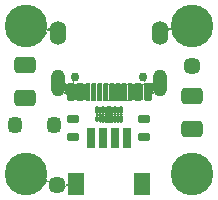
<source format=gts>
G04 #@! TF.GenerationSoftware,KiCad,Pcbnew,(6.0.8)*
G04 #@! TF.CreationDate,2022-10-31T11:18:21-04:00*
G04 #@! TF.ProjectId,Unified-Daughterboard,556e6966-6965-4642-9d44-617567687465,C3*
G04 #@! TF.SameCoordinates,Original*
G04 #@! TF.FileFunction,Soldermask,Top*
G04 #@! TF.FilePolarity,Negative*
%FSLAX46Y46*%
G04 Gerber Fmt 4.6, Leading zero omitted, Abs format (unit mm)*
G04 Created by KiCad (PCBNEW (6.0.8)) date 2022-10-31 11:18:21*
%MOMM*%
%LPD*%
G01*
G04 APERTURE LIST*
G04 Aperture macros list*
%AMRoundRect*
0 Rectangle with rounded corners*
0 $1 Rounding radius*
0 $2 $3 $4 $5 $6 $7 $8 $9 X,Y pos of 4 corners*
0 Add a 4 corners polygon primitive as box body*
4,1,4,$2,$3,$4,$5,$6,$7,$8,$9,$2,$3,0*
0 Add four circle primitives for the rounded corners*
1,1,$1+$1,$2,$3*
1,1,$1+$1,$4,$5*
1,1,$1+$1,$6,$7*
1,1,$1+$1,$8,$9*
0 Add four rect primitives between the rounded corners*
20,1,$1+$1,$2,$3,$4,$5,0*
20,1,$1+$1,$4,$5,$6,$7,0*
20,1,$1+$1,$6,$7,$8,$9,0*
20,1,$1+$1,$8,$9,$2,$3,0*%
G04 Aperture macros list end*
%ADD10C,1.448000*%
%ADD11RoundRect,0.176000X0.000000X-0.150000X0.000000X-0.150000X0.000000X0.150000X0.000000X0.150000X0*%
%ADD12RoundRect,0.051000X-0.125000X-0.275000X0.125000X-0.275000X0.125000X0.275000X-0.125000X0.275000X0*%
%ADD13RoundRect,0.051000X-0.150000X-0.275000X0.150000X-0.275000X0.150000X0.275000X-0.150000X0.275000X0*%
%ADD14RoundRect,0.301000X0.625000X-0.375000X0.625000X0.375000X-0.625000X0.375000X-0.625000X-0.375000X0*%
%ADD15RoundRect,0.051000X-0.450000X0.250000X-0.450000X-0.250000X0.450000X-0.250000X0.450000X0.250000X0*%
%ADD16RoundRect,0.301000X-0.625000X0.375000X-0.625000X-0.375000X0.625000X-0.375000X0.625000X0.375000X0*%
%ADD17RoundRect,0.301000X0.250000X0.350000X-0.250000X0.350000X-0.250000X-0.350000X0.250000X-0.350000X0*%
%ADD18O,1.202000X2.302000*%
%ADD19O,1.402000X2.002000*%
%ADD20C,0.752000*%
%ADD21RoundRect,0.201000X0.150000X0.575000X-0.150000X0.575000X-0.150000X-0.575000X0.150000X-0.575000X0*%
%ADD22RoundRect,0.126000X0.075000X0.650000X-0.075000X0.650000X-0.075000X-0.650000X0.075000X-0.650000X0*%
%ADD23C,3.602001*%
%ADD24RoundRect,0.051000X-0.300000X-0.775000X0.300000X-0.775000X0.300000X0.775000X-0.300000X0.775000X0*%
%ADD25RoundRect,0.051000X-0.600000X-0.900000X0.600000X-0.900000X0.600000X0.900000X-0.600000X0.900000X0*%
G04 APERTURE END LIST*
D10*
X70602500Y-71943000D03*
X82002500Y-61943000D03*
D11*
X74002500Y-66411400D03*
D12*
X74502500Y-66411400D03*
D13*
X75002500Y-66411400D03*
D12*
X75502500Y-66411400D03*
X76002500Y-66411400D03*
X74502500Y-65641400D03*
X76002500Y-65641400D03*
X75502500Y-65641400D03*
X74002500Y-65641400D03*
D13*
X75002500Y-65641400D03*
D14*
X81987500Y-64474000D03*
X81987500Y-67274000D03*
D15*
X71954500Y-66379000D03*
X71954500Y-67879000D03*
D16*
X67890500Y-64607000D03*
X67890500Y-61807000D03*
D17*
X70302500Y-66890000D03*
X67002500Y-66890000D03*
D18*
X70702500Y-63343000D03*
D19*
X70702500Y-59143000D03*
D20*
X72112500Y-62792000D03*
X77892500Y-62792000D03*
D19*
X79302500Y-59143000D03*
D21*
X78252500Y-64118000D03*
D22*
X76752500Y-64118000D03*
X76252500Y-64118000D03*
X75752500Y-64118000D03*
X75256500Y-64118000D03*
X73252500Y-64118000D03*
X73752500Y-64118000D03*
X74252500Y-64118000D03*
X74752500Y-64118000D03*
D18*
X79302500Y-63343000D03*
D21*
X77452500Y-64118000D03*
X71752500Y-64118000D03*
X72552500Y-64118000D03*
D23*
X68004500Y-58543000D03*
X82004500Y-58543000D03*
X68004500Y-71043000D03*
X82004500Y-71043000D03*
D24*
X75504500Y-68018000D03*
X76504500Y-68018000D03*
X74504500Y-68018000D03*
X73504500Y-68018000D03*
D25*
X72204500Y-71893000D03*
X77804500Y-71893000D03*
D15*
X77923500Y-67879000D03*
X77923500Y-66379000D03*
G36*
X71554928Y-71736350D02*
G01*
X71555500Y-71737751D01*
X71555500Y-72148245D01*
X71554500Y-72149977D01*
X71552500Y-72149977D01*
X71551581Y-72148808D01*
X71531905Y-72081796D01*
X71479562Y-72036441D01*
X71411009Y-72026584D01*
X71347996Y-72055361D01*
X71312072Y-72109544D01*
X71310281Y-72110435D01*
X71308614Y-72109330D01*
X71308424Y-72108161D01*
X71328799Y-71963188D01*
X71329079Y-71943100D01*
X71311012Y-71782028D01*
X71310873Y-71781629D01*
X71311248Y-71779665D01*
X71313137Y-71779007D01*
X71314413Y-71779843D01*
X71350695Y-71832905D01*
X71414489Y-71859864D01*
X71482735Y-71848054D01*
X71533770Y-71801215D01*
X71551573Y-71737215D01*
X71553001Y-71735814D01*
X71554928Y-71736350D01*
G37*
G36*
X69769343Y-71405750D02*
G01*
X69769892Y-71407412D01*
X69769757Y-71408418D01*
X69769700Y-71408695D01*
X69747541Y-71487263D01*
X69748286Y-71556817D01*
X69786351Y-71614676D01*
X69849656Y-71642771D01*
X69918078Y-71632185D01*
X69969704Y-71584747D01*
X69971656Y-71584312D01*
X69973009Y-71585784D01*
X69972738Y-71587303D01*
X69951703Y-71619942D01*
X69896304Y-71772152D01*
X69885441Y-71858137D01*
X69884232Y-71859730D01*
X69882248Y-71859479D01*
X69881468Y-71857677D01*
X69884109Y-71832555D01*
X69871597Y-71764134D01*
X69824282Y-71713556D01*
X69757135Y-71696588D01*
X69691459Y-71718620D01*
X69649207Y-71769929D01*
X69597714Y-71886404D01*
X69597582Y-71886653D01*
X69593687Y-71892898D01*
X69591922Y-71893839D01*
X69590225Y-71892780D01*
X69590166Y-71891019D01*
X69695002Y-71658291D01*
X69765985Y-71406603D01*
X69767418Y-71405208D01*
X69769343Y-71405750D01*
G37*
G36*
X75668160Y-65333893D02*
G01*
X75681952Y-65343109D01*
X75683115Y-65341369D01*
X75684909Y-65340484D01*
X75686060Y-65340945D01*
X75703452Y-65355478D01*
X75772170Y-65364104D01*
X75819788Y-65341318D01*
X75821782Y-65341472D01*
X75822314Y-65342011D01*
X75823048Y-65343109D01*
X75836840Y-65333893D01*
X75838836Y-65333762D01*
X75839947Y-65335425D01*
X75839614Y-65336667D01*
X75832267Y-65347662D01*
X75828500Y-65366599D01*
X75828500Y-65916201D01*
X75832267Y-65935138D01*
X75842880Y-65951020D01*
X75858762Y-65961633D01*
X75877699Y-65965400D01*
X76127301Y-65965400D01*
X76146238Y-65961633D01*
X76157233Y-65954286D01*
X76159229Y-65954155D01*
X76160340Y-65955818D01*
X76160007Y-65957060D01*
X76159497Y-65957824D01*
X76138716Y-66024188D01*
X76159506Y-66094990D01*
X76160007Y-66095740D01*
X76160138Y-66097735D01*
X76158475Y-66098847D01*
X76157233Y-66098514D01*
X76146238Y-66091167D01*
X76127301Y-66087400D01*
X75877699Y-66087400D01*
X75858762Y-66091167D01*
X75842880Y-66101780D01*
X75832267Y-66117662D01*
X75828500Y-66136599D01*
X75828500Y-66686201D01*
X75832267Y-66705138D01*
X75839614Y-66716133D01*
X75839745Y-66718129D01*
X75838082Y-66719240D01*
X75836840Y-66718907D01*
X75823048Y-66709691D01*
X75821885Y-66711431D01*
X75820091Y-66712316D01*
X75818940Y-66711855D01*
X75801548Y-66697322D01*
X75732830Y-66688696D01*
X75685212Y-66711482D01*
X75683218Y-66711328D01*
X75682686Y-66710789D01*
X75681952Y-66709691D01*
X75668160Y-66718907D01*
X75666164Y-66719038D01*
X75665053Y-66717375D01*
X75665386Y-66716133D01*
X75672733Y-66705138D01*
X75676500Y-66686201D01*
X75676500Y-66136599D01*
X75672733Y-66117662D01*
X75662120Y-66101780D01*
X75646238Y-66091167D01*
X75627301Y-66087400D01*
X75377699Y-66087400D01*
X75358762Y-66091167D01*
X75342880Y-66101780D01*
X75332267Y-66117662D01*
X75328500Y-66136599D01*
X75328500Y-66686201D01*
X75332267Y-66705138D01*
X75339614Y-66716133D01*
X75339745Y-66718129D01*
X75338082Y-66719240D01*
X75336840Y-66718907D01*
X75333575Y-66716726D01*
X75267211Y-66695946D01*
X75196411Y-66716735D01*
X75193160Y-66718907D01*
X75191164Y-66719038D01*
X75190053Y-66717375D01*
X75190386Y-66716133D01*
X75197733Y-66705138D01*
X75201500Y-66686201D01*
X75201500Y-66136599D01*
X75197733Y-66117662D01*
X75187120Y-66101780D01*
X75171238Y-66091167D01*
X75152301Y-66087400D01*
X74852699Y-66087400D01*
X74833762Y-66091167D01*
X74817880Y-66101780D01*
X74807267Y-66117662D01*
X74803500Y-66136599D01*
X74803500Y-66686201D01*
X74807267Y-66705138D01*
X74814614Y-66716133D01*
X74814745Y-66718129D01*
X74813082Y-66719240D01*
X74811840Y-66718907D01*
X74808575Y-66716726D01*
X74742211Y-66695946D01*
X74671411Y-66716735D01*
X74668160Y-66718907D01*
X74666164Y-66719038D01*
X74665053Y-66717375D01*
X74665386Y-66716133D01*
X74672733Y-66705138D01*
X74676500Y-66686201D01*
X74676500Y-66136599D01*
X74672733Y-66117662D01*
X74662120Y-66101780D01*
X74646238Y-66091167D01*
X74627301Y-66087400D01*
X74377699Y-66087400D01*
X74358762Y-66091167D01*
X74342880Y-66101780D01*
X74332267Y-66117662D01*
X74328500Y-66136599D01*
X74328500Y-66686201D01*
X74331119Y-66699370D01*
X74330476Y-66701264D01*
X74328514Y-66701654D01*
X74327494Y-66700871D01*
X74322823Y-66693880D01*
X74269447Y-66649273D01*
X74200761Y-66640646D01*
X74137654Y-66672977D01*
X74135656Y-66672877D01*
X74134745Y-66671097D01*
X74135079Y-66670086D01*
X74163218Y-66627973D01*
X74176500Y-66561201D01*
X74176500Y-66261599D01*
X74163218Y-66194827D01*
X74125509Y-66138391D01*
X74069073Y-66100682D01*
X74002500Y-66087440D01*
X73935927Y-66100682D01*
X73881303Y-66137180D01*
X73879307Y-66137311D01*
X73878196Y-66135648D01*
X73878436Y-66134560D01*
X73904071Y-66087515D01*
X73899073Y-66018466D01*
X73856564Y-65964790D01*
X73856273Y-65962811D01*
X73857841Y-65961569D01*
X73858522Y-65961586D01*
X73877699Y-65965400D01*
X74127301Y-65965400D01*
X74146238Y-65961633D01*
X74162120Y-65951020D01*
X74172733Y-65935138D01*
X74176500Y-65916201D01*
X74176500Y-65366599D01*
X74172733Y-65347662D01*
X74165386Y-65336667D01*
X74165255Y-65334671D01*
X74166918Y-65333560D01*
X74168160Y-65333893D01*
X74181952Y-65343109D01*
X74183115Y-65341369D01*
X74184909Y-65340484D01*
X74186060Y-65340945D01*
X74203452Y-65355478D01*
X74272170Y-65364104D01*
X74319788Y-65341318D01*
X74321782Y-65341472D01*
X74322314Y-65342011D01*
X74323048Y-65343109D01*
X74336840Y-65333893D01*
X74338836Y-65333762D01*
X74339947Y-65335425D01*
X74339614Y-65336667D01*
X74332267Y-65347662D01*
X74328500Y-65366599D01*
X74328500Y-65916201D01*
X74332267Y-65935138D01*
X74342880Y-65951020D01*
X74358762Y-65961633D01*
X74377699Y-65965400D01*
X74627301Y-65965400D01*
X74646238Y-65961633D01*
X74662120Y-65951020D01*
X74672733Y-65935138D01*
X74676500Y-65916201D01*
X74676500Y-65366599D01*
X74672733Y-65347662D01*
X74665386Y-65336667D01*
X74665255Y-65334671D01*
X74666918Y-65333560D01*
X74668160Y-65333893D01*
X74671425Y-65336074D01*
X74737789Y-65356854D01*
X74808589Y-65336065D01*
X74811840Y-65333893D01*
X74813836Y-65333762D01*
X74814947Y-65335425D01*
X74814614Y-65336667D01*
X74807267Y-65347662D01*
X74803500Y-65366599D01*
X74803500Y-65916201D01*
X74807267Y-65935138D01*
X74817880Y-65951020D01*
X74833762Y-65961633D01*
X74852699Y-65965400D01*
X75152301Y-65965400D01*
X75171238Y-65961633D01*
X75187120Y-65951020D01*
X75197733Y-65935138D01*
X75201500Y-65916201D01*
X75201500Y-65366599D01*
X75197733Y-65347662D01*
X75190386Y-65336667D01*
X75190255Y-65334671D01*
X75191918Y-65333560D01*
X75193160Y-65333893D01*
X75196425Y-65336074D01*
X75262789Y-65356854D01*
X75333589Y-65336065D01*
X75336840Y-65333893D01*
X75338836Y-65333762D01*
X75339947Y-65335425D01*
X75339614Y-65336667D01*
X75332267Y-65347662D01*
X75328500Y-65366599D01*
X75328500Y-65916201D01*
X75332267Y-65935138D01*
X75342880Y-65951020D01*
X75358762Y-65961633D01*
X75377699Y-65965400D01*
X75627301Y-65965400D01*
X75646238Y-65961633D01*
X75662120Y-65951020D01*
X75672733Y-65935138D01*
X75676500Y-65916201D01*
X75676500Y-65366599D01*
X75672733Y-65347662D01*
X75665386Y-65336667D01*
X75665255Y-65334671D01*
X75666918Y-65333560D01*
X75668160Y-65333893D01*
G37*
G36*
X75425192Y-63382459D02*
G01*
X75435925Y-63389630D01*
X75502288Y-63410411D01*
X75573089Y-63389621D01*
X75583808Y-63382459D01*
X75585804Y-63382328D01*
X75586915Y-63383991D01*
X75586582Y-63385233D01*
X75562976Y-63420561D01*
X75553500Y-63468199D01*
X75553500Y-64767801D01*
X75562976Y-64815439D01*
X75586582Y-64850767D01*
X75586713Y-64852763D01*
X75585050Y-64853874D01*
X75583808Y-64853541D01*
X75573075Y-64846370D01*
X75506712Y-64825589D01*
X75435911Y-64846379D01*
X75425192Y-64853541D01*
X75423196Y-64853672D01*
X75422085Y-64852009D01*
X75422418Y-64850767D01*
X75446024Y-64815439D01*
X75455500Y-64767801D01*
X75455500Y-63468199D01*
X75446024Y-63420561D01*
X75422418Y-63385233D01*
X75422287Y-63383237D01*
X75423950Y-63382126D01*
X75425192Y-63382459D01*
G37*
G36*
X76421193Y-63382460D02*
G01*
X76433925Y-63390967D01*
X76500289Y-63411747D01*
X76571089Y-63390958D01*
X76583807Y-63382460D01*
X76585803Y-63382329D01*
X76586914Y-63383992D01*
X76586581Y-63385234D01*
X76562976Y-63420561D01*
X76553500Y-63468199D01*
X76553500Y-64767801D01*
X76562976Y-64815439D01*
X76586581Y-64850766D01*
X76586712Y-64852762D01*
X76585049Y-64853873D01*
X76583807Y-64853540D01*
X76571075Y-64845033D01*
X76504711Y-64824253D01*
X76433911Y-64845042D01*
X76421193Y-64853540D01*
X76419197Y-64853671D01*
X76418086Y-64852008D01*
X76418419Y-64850766D01*
X76442024Y-64815439D01*
X76451500Y-64767801D01*
X76451500Y-63468199D01*
X76442024Y-63420561D01*
X76418419Y-63385234D01*
X76418288Y-63383238D01*
X76419951Y-63382127D01*
X76421193Y-63382460D01*
G37*
G36*
X73921193Y-63382460D02*
G01*
X73933925Y-63390967D01*
X74000289Y-63411747D01*
X74071089Y-63390958D01*
X74083807Y-63382460D01*
X74085803Y-63382329D01*
X74086914Y-63383992D01*
X74086581Y-63385234D01*
X74062976Y-63420561D01*
X74053500Y-63468199D01*
X74053500Y-64767801D01*
X74062976Y-64815439D01*
X74086581Y-64850766D01*
X74086712Y-64852762D01*
X74085049Y-64853873D01*
X74083807Y-64853540D01*
X74071075Y-64845033D01*
X74004711Y-64824253D01*
X73933911Y-64845042D01*
X73921193Y-64853540D01*
X73919197Y-64853671D01*
X73918086Y-64852008D01*
X73918419Y-64850766D01*
X73942024Y-64815439D01*
X73951500Y-64767801D01*
X73951500Y-63468199D01*
X73942024Y-63420561D01*
X73918419Y-63385234D01*
X73918288Y-63383238D01*
X73919951Y-63382127D01*
X73921193Y-63382460D01*
G37*
G36*
X74421193Y-63382460D02*
G01*
X74433925Y-63390967D01*
X74500289Y-63411747D01*
X74571089Y-63390958D01*
X74583807Y-63382460D01*
X74585803Y-63382329D01*
X74586914Y-63383992D01*
X74586581Y-63385234D01*
X74562976Y-63420561D01*
X74553500Y-63468199D01*
X74553500Y-64767801D01*
X74562976Y-64815439D01*
X74586581Y-64850766D01*
X74586712Y-64852762D01*
X74585049Y-64853873D01*
X74583807Y-64853540D01*
X74571075Y-64845033D01*
X74504711Y-64824253D01*
X74433911Y-64845042D01*
X74421193Y-64853540D01*
X74419197Y-64853671D01*
X74418086Y-64852008D01*
X74418419Y-64850766D01*
X74442024Y-64815439D01*
X74451500Y-64767801D01*
X74451500Y-63468199D01*
X74442024Y-63420561D01*
X74418419Y-63385234D01*
X74418288Y-63383238D01*
X74419951Y-63382127D01*
X74421193Y-63382460D01*
G37*
G36*
X75921193Y-63382460D02*
G01*
X75933925Y-63390967D01*
X76000289Y-63411747D01*
X76071089Y-63390958D01*
X76083807Y-63382460D01*
X76085803Y-63382329D01*
X76086914Y-63383992D01*
X76086581Y-63385234D01*
X76062976Y-63420561D01*
X76053500Y-63468199D01*
X76053500Y-64767801D01*
X76062976Y-64815439D01*
X76086581Y-64850766D01*
X76086712Y-64852762D01*
X76085049Y-64853873D01*
X76083807Y-64853540D01*
X76071075Y-64845033D01*
X76004711Y-64824253D01*
X75933911Y-64845042D01*
X75921193Y-64853540D01*
X75919197Y-64853671D01*
X75918086Y-64852008D01*
X75918419Y-64850766D01*
X75942024Y-64815439D01*
X75951500Y-64767801D01*
X75951500Y-63468199D01*
X75942024Y-63420561D01*
X75918419Y-63385234D01*
X75918288Y-63383238D01*
X75919951Y-63382127D01*
X75921193Y-63382460D01*
G37*
G36*
X73421193Y-63382460D02*
G01*
X73433925Y-63390967D01*
X73500289Y-63411747D01*
X73571089Y-63390958D01*
X73583807Y-63382460D01*
X73585803Y-63382329D01*
X73586914Y-63383992D01*
X73586581Y-63385234D01*
X73562976Y-63420561D01*
X73553500Y-63468199D01*
X73553500Y-64767801D01*
X73562976Y-64815439D01*
X73586581Y-64850766D01*
X73586712Y-64852762D01*
X73585049Y-64853873D01*
X73583807Y-64853540D01*
X73571075Y-64845033D01*
X73504711Y-64824253D01*
X73433911Y-64845042D01*
X73421193Y-64853540D01*
X73419197Y-64853671D01*
X73418086Y-64852008D01*
X73418419Y-64850766D01*
X73442024Y-64815439D01*
X73451500Y-64767801D01*
X73451500Y-63468199D01*
X73442024Y-63420561D01*
X73418419Y-63385234D01*
X73418288Y-63383238D01*
X73419951Y-63382127D01*
X73421193Y-63382460D01*
G37*
G36*
X74921192Y-63382460D02*
G01*
X74935925Y-63392303D01*
X75002289Y-63413083D01*
X75073089Y-63392294D01*
X75087808Y-63382459D01*
X75089804Y-63382328D01*
X75090915Y-63383991D01*
X75090582Y-63385233D01*
X75066976Y-63420561D01*
X75057500Y-63468199D01*
X75057500Y-64767801D01*
X75066976Y-64815439D01*
X75090582Y-64850766D01*
X75090713Y-64852762D01*
X75089050Y-64853873D01*
X75087808Y-64853540D01*
X75073075Y-64843697D01*
X75006711Y-64822917D01*
X74935911Y-64843706D01*
X74921192Y-64853541D01*
X74919196Y-64853672D01*
X74918085Y-64852009D01*
X74918418Y-64850767D01*
X74942024Y-64815439D01*
X74951500Y-64767801D01*
X74951500Y-63468199D01*
X74942024Y-63420561D01*
X74918418Y-63385234D01*
X74918287Y-63383238D01*
X74919950Y-63382127D01*
X74921192Y-63382460D01*
G37*
G36*
X76945527Y-63419931D02*
G01*
X76994369Y-63460749D01*
X77063057Y-63469376D01*
X77130620Y-63434800D01*
X77144854Y-63420566D01*
X77146786Y-63420048D01*
X77148200Y-63421462D01*
X77147931Y-63423091D01*
X77118685Y-63466860D01*
X77103500Y-63543199D01*
X77103500Y-64692801D01*
X77118685Y-64769140D01*
X77147931Y-64812909D01*
X77148062Y-64814905D01*
X77146399Y-64816016D01*
X77144854Y-64815434D01*
X77130601Y-64801181D01*
X77069552Y-64767847D01*
X77000498Y-64772785D01*
X76945435Y-64816353D01*
X76943456Y-64816644D01*
X76942215Y-64815076D01*
X76942232Y-64814395D01*
X76951500Y-64767801D01*
X76951500Y-63468199D01*
X76942282Y-63421856D01*
X76942925Y-63419962D01*
X76944887Y-63419572D01*
X76945527Y-63419931D01*
G37*
G36*
X73062785Y-63420924D02*
G01*
X73062768Y-63421605D01*
X73053500Y-63468199D01*
X73053500Y-64767801D01*
X73062718Y-64814144D01*
X73062075Y-64816038D01*
X73060113Y-64816428D01*
X73059473Y-64816069D01*
X73010631Y-64775251D01*
X72941943Y-64766624D01*
X72874380Y-64801200D01*
X72860146Y-64815434D01*
X72858214Y-64815952D01*
X72856800Y-64814538D01*
X72857069Y-64812909D01*
X72886315Y-64769140D01*
X72901500Y-64692801D01*
X72901500Y-63543199D01*
X72886315Y-63466860D01*
X72857069Y-63423091D01*
X72856938Y-63421095D01*
X72858601Y-63419984D01*
X72860146Y-63420566D01*
X72874399Y-63434819D01*
X72935448Y-63468153D01*
X73004502Y-63463215D01*
X73059565Y-63419647D01*
X73061544Y-63419356D01*
X73062785Y-63420924D01*
G37*
G36*
X77760146Y-63420566D02*
G01*
X77765323Y-63425743D01*
X77826372Y-63459077D01*
X77895531Y-63454131D01*
X77939628Y-63425792D01*
X77944854Y-63420566D01*
X77946786Y-63420048D01*
X77948200Y-63421462D01*
X77947931Y-63423091D01*
X77918685Y-63466860D01*
X77903500Y-63543199D01*
X77903500Y-64692801D01*
X77918685Y-64769140D01*
X77947931Y-64812909D01*
X77948062Y-64814905D01*
X77946399Y-64816016D01*
X77944854Y-64815434D01*
X77939677Y-64810257D01*
X77878628Y-64776923D01*
X77809469Y-64781869D01*
X77765372Y-64810208D01*
X77760146Y-64815434D01*
X77758214Y-64815952D01*
X77756800Y-64814538D01*
X77757069Y-64812909D01*
X77786315Y-64769140D01*
X77801500Y-64692801D01*
X77801500Y-63543199D01*
X77786315Y-63466860D01*
X77757069Y-63423091D01*
X77756938Y-63421095D01*
X77758601Y-63419984D01*
X77760146Y-63420566D01*
G37*
G36*
X72060146Y-63420566D02*
G01*
X72065323Y-63425743D01*
X72126372Y-63459077D01*
X72195531Y-63454131D01*
X72239628Y-63425792D01*
X72244854Y-63420566D01*
X72246786Y-63420048D01*
X72248200Y-63421462D01*
X72247931Y-63423091D01*
X72218685Y-63466860D01*
X72203500Y-63543199D01*
X72203500Y-64692801D01*
X72218685Y-64769140D01*
X72247931Y-64812909D01*
X72248062Y-64814905D01*
X72246399Y-64816016D01*
X72244854Y-64815434D01*
X72239677Y-64810257D01*
X72178628Y-64776923D01*
X72109469Y-64781869D01*
X72065372Y-64810208D01*
X72060146Y-64815434D01*
X72058214Y-64815952D01*
X72056800Y-64814538D01*
X72057069Y-64812909D01*
X72086315Y-64769140D01*
X72101500Y-64692801D01*
X72101500Y-63543199D01*
X72086315Y-63466860D01*
X72057069Y-63423091D01*
X72056938Y-63421095D01*
X72058601Y-63419984D01*
X72060146Y-63420566D01*
G37*
G36*
X78702743Y-63268335D02*
G01*
X78703500Y-63269902D01*
X78703500Y-63892868D01*
X78723928Y-64048028D01*
X78783765Y-64192490D01*
X78861065Y-64293228D01*
X78861326Y-64295211D01*
X78859739Y-64296429D01*
X78858103Y-64295898D01*
X78840709Y-64279421D01*
X78840411Y-64279066D01*
X78831518Y-64265501D01*
X78778539Y-64220434D01*
X78709899Y-64211202D01*
X78647164Y-64240546D01*
X78610169Y-64299280D01*
X78605481Y-64332977D01*
X78604252Y-64334554D01*
X78602271Y-64334279D01*
X78601500Y-64332701D01*
X78601500Y-63543199D01*
X78586315Y-63466860D01*
X78543186Y-63402314D01*
X78504332Y-63376352D01*
X78503447Y-63374558D01*
X78504558Y-63372895D01*
X78506288Y-63372876D01*
X78524261Y-63381257D01*
X78593027Y-63391701D01*
X78656253Y-63363430D01*
X78694239Y-63305341D01*
X78699521Y-63269610D01*
X78700764Y-63268042D01*
X78702743Y-63268335D01*
G37*
G36*
X71305419Y-63269339D02*
G01*
X71325096Y-63336354D01*
X71377439Y-63381709D01*
X71446138Y-63391586D01*
X71480614Y-63381315D01*
X71498713Y-63372875D01*
X71500705Y-63373050D01*
X71501550Y-63374862D01*
X71500669Y-63376351D01*
X71461814Y-63402314D01*
X71418685Y-63466860D01*
X71403500Y-63543199D01*
X71403500Y-64331121D01*
X71402500Y-64332853D01*
X71400500Y-64332853D01*
X71399581Y-64331684D01*
X71379905Y-64264672D01*
X71327562Y-64219317D01*
X71259009Y-64209460D01*
X71195808Y-64238323D01*
X71182716Y-64251544D01*
X71164571Y-64272903D01*
X71162688Y-64273575D01*
X71161163Y-64272281D01*
X71161460Y-64270390D01*
X71221235Y-64192490D01*
X71281072Y-64048028D01*
X71301500Y-63892868D01*
X71301500Y-63269902D01*
X71302500Y-63268170D01*
X71304500Y-63268170D01*
X71305419Y-63269339D01*
G37*
G36*
X71927297Y-63112189D02*
G01*
X71996937Y-63147672D01*
X72095259Y-63163245D01*
X72096813Y-63164503D01*
X72096500Y-63166479D01*
X72095474Y-63167149D01*
X72036798Y-63183216D01*
X71990493Y-63234717D01*
X71979382Y-63303080D01*
X72007095Y-63366828D01*
X72014402Y-63374822D01*
X72024934Y-63385354D01*
X72025452Y-63387286D01*
X72024038Y-63388700D01*
X72022409Y-63388431D01*
X71978640Y-63359185D01*
X71902301Y-63344000D01*
X71855963Y-63344000D01*
X71854231Y-63343000D01*
X71854231Y-63341000D01*
X71855400Y-63340081D01*
X71922415Y-63320404D01*
X71967770Y-63268061D01*
X71977627Y-63199507D01*
X71948789Y-63136364D01*
X71925067Y-63115472D01*
X71924428Y-63113577D01*
X71925750Y-63112076D01*
X71927297Y-63112189D01*
G37*
G36*
X78081491Y-63111381D02*
G01*
X78082399Y-63113163D01*
X78081886Y-63114398D01*
X78037401Y-63163655D01*
X78026138Y-63231991D01*
X78053608Y-63295568D01*
X78111207Y-63334280D01*
X78148434Y-63340023D01*
X78149993Y-63341276D01*
X78149688Y-63343252D01*
X78148129Y-63344000D01*
X78102699Y-63344000D01*
X78026360Y-63359185D01*
X77982591Y-63388431D01*
X77980595Y-63388562D01*
X77979484Y-63386899D01*
X77980066Y-63385354D01*
X77990024Y-63375396D01*
X78023358Y-63314347D01*
X78018418Y-63245265D01*
X77976930Y-63189844D01*
X77910265Y-63166975D01*
X77908951Y-63165467D01*
X77909600Y-63163575D01*
X77910601Y-63163108D01*
X78008063Y-63147672D01*
X78079494Y-63111276D01*
X78081491Y-63111381D01*
G37*
G36*
X69806286Y-58551174D02*
G01*
X69807177Y-58552376D01*
X69824637Y-58619587D01*
X69875528Y-58666565D01*
X69943738Y-58678571D01*
X70007668Y-58651771D01*
X70041648Y-58608195D01*
X70061847Y-58564877D01*
X70063486Y-58563730D01*
X70065298Y-58564575D01*
X70065523Y-58566449D01*
X70025475Y-58669168D01*
X70003537Y-58835796D01*
X70003500Y-58843010D01*
X70003500Y-58983141D01*
X70002500Y-58984873D01*
X70000500Y-58984873D01*
X69999581Y-58983704D01*
X69979904Y-58916689D01*
X69927561Y-58871334D01*
X69859008Y-58861477D01*
X69796014Y-58890246D01*
X69758041Y-58950034D01*
X69700656Y-59153506D01*
X69700560Y-59153771D01*
X69700150Y-59154699D01*
X69698536Y-59155879D01*
X69696706Y-59155071D01*
X69696396Y-59153348D01*
X69767379Y-58901661D01*
X69801036Y-58637102D01*
X69803242Y-58552827D01*
X69804287Y-58551121D01*
X69806286Y-58551174D01*
G37*
G36*
X80209807Y-58583900D02*
G01*
X80210413Y-58585240D01*
X80218915Y-58762242D01*
X80267193Y-59004948D01*
X80266550Y-59006842D01*
X80264588Y-59007232D01*
X80263334Y-59005971D01*
X80258488Y-58991446D01*
X80258418Y-58991172D01*
X80249549Y-58942611D01*
X80218279Y-58880474D01*
X80158642Y-58845263D01*
X80089431Y-58847884D01*
X80032627Y-58887504D01*
X80006167Y-58951774D01*
X80005497Y-58964529D01*
X80004408Y-58966206D01*
X80002411Y-58966101D01*
X80001500Y-58964424D01*
X80001500Y-58843124D01*
X79981308Y-58676267D01*
X79964607Y-58632070D01*
X79964930Y-58630096D01*
X79966801Y-58629389D01*
X79968117Y-58630217D01*
X80006856Y-58685615D01*
X80070928Y-58711906D01*
X80139046Y-58699381D01*
X80189577Y-58652020D01*
X80206475Y-58584848D01*
X80207868Y-58583412D01*
X80209807Y-58583900D01*
G37*
M02*

</source>
